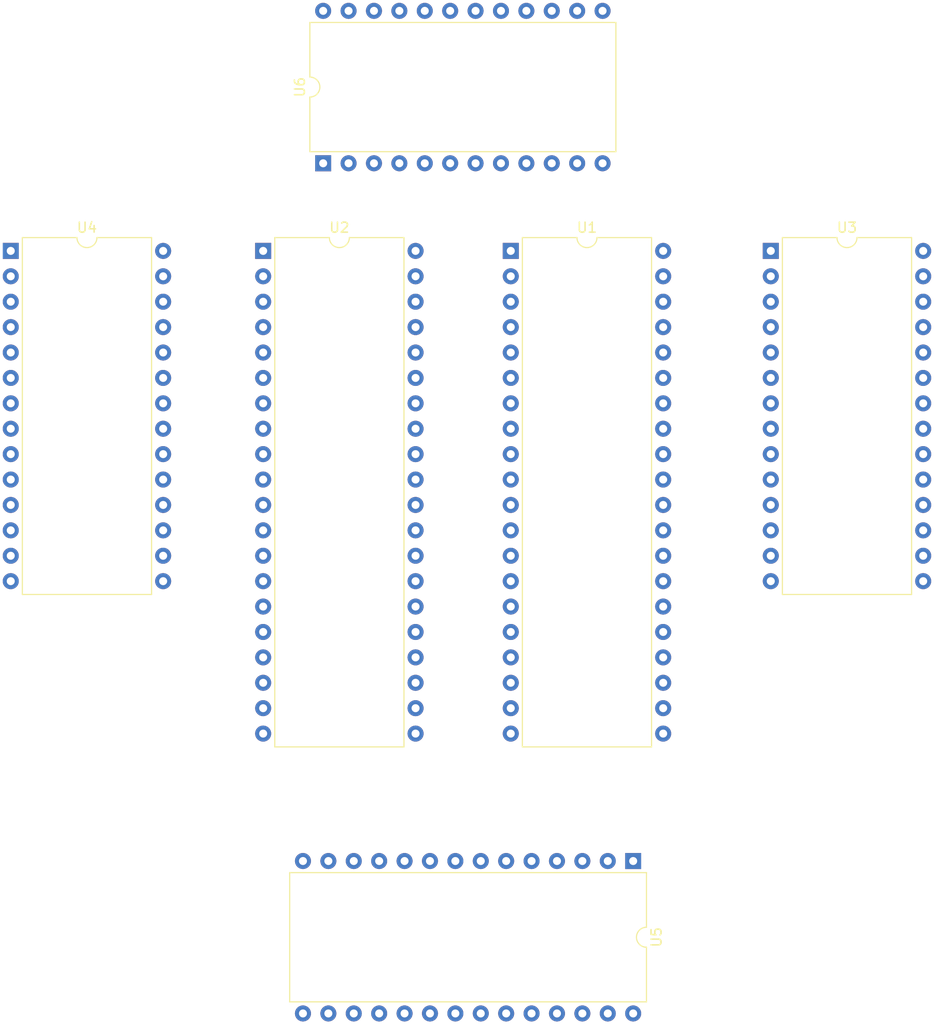
<source format=kicad_pcb>
(kicad_pcb (version 20221018) (generator pcbnew)
  (title_block (title "Third") (date "2024-01-29") (rev "1.2") (company "Cartheur Research"))
  (layers (0 "F.Cu" signal) (31 "B.Cu" signal) (34 "B.Paste" user) (35 "F.Paste" user) (36 "B.SilkS" user "B.Silkscreen") (37 "F.SilkS" user "F.Silkscreen") (38 "B.Mask" user) (39 "F.Mask" user) (44 "Edge.Cuts" user))
  (net 0 "")
  (footprint "Package_DIP:DIP-40_W15.24mm" (layer "F.Cu") (at 136.76 44)
    (fp_text reference "U1" (at 7.62 -2.33) (layer "F.SilkS"))
    (fp_text value "MC6809E")
    (fp_line (start 1.16 -1.33) (end 1.16 49.59) (stroke (width 0.12)) (layer "F.SilkS"))
    (fp_line (start 1.16 49.59) (end 14.08 49.59) (stroke (width 0.12)) (layer "F.SilkS"))
    (fp_line (start 6.62 -1.33) (end 1.16 -1.33) (stroke (width 0.12)) (layer "F.SilkS"))
    (fp_line (start 14.08 -1.33) (end 8.62 -1.33) (stroke (width 0.12)) (layer "F.SilkS"))
    (fp_line (start 14.08 49.59) (end 14.08 -1.33) (stroke (width 0.12)) (layer "F.SilkS"))
    (fp_arc (start 8.62 -1.33) (mid 7.62 -0.33) (end 6.62 -1.33) (stroke (width 0.12)) (layer "F.SilkS"))
    (pad "1" thru_hole rect (at 0 0) (size 1.6 1.6) (drill 0.8) (layers "*.Cu" "*.Mask"))
    (pad "2" thru_hole oval (at 0 2.54) (size 1.6 1.6) (drill 0.8) (layers "*.Cu" "*.Mask"))
    (pad "3" thru_hole oval (at 0 5.08) (size 1.6 1.6) (drill 0.8) (layers "*.Cu" "*.Mask"))
    (pad "4" thru_hole oval (at 0 7.62) (size 1.6 1.6) (drill 0.8) (layers "*.Cu" "*.Mask"))
    (pad "5" thru_hole oval (at 0 10.16) (size 1.6 1.6) (drill 0.8) (layers "*.Cu" "*.Mask"))
    (pad "6" thru_hole oval (at 0 12.7) (size 1.6 1.6) (drill 0.8) (layers "*.Cu" "*.Mask"))
    (pad "7" thru_hole oval (at 0 15.24) (size 1.6 1.6) (drill 0.8) (layers "*.Cu" "*.Mask"))
    (pad "8" thru_hole oval (at 0 17.78) (size 1.6 1.6) (drill 0.8) (layers "*.Cu" "*.Mask"))
    (pad "9" thru_hole oval (at 0 20.32) (size 1.6 1.6) (drill 0.8) (layers "*.Cu" "*.Mask"))
    (pad "10" thru_hole oval (at 0 22.86) (size 1.6 1.6) (drill 0.8) (layers "*.Cu" "*.Mask"))
    (pad "11" thru_hole oval (at 0 25.4) (size 1.6 1.6) (drill 0.8) (layers "*.Cu" "*.Mask"))
    (pad "12" thru_hole oval (at 0 27.94) (size 1.6 1.6) (drill 0.8) (layers "*.Cu" "*.Mask"))
    (pad "13" thru_hole oval (at 0 30.48) (size 1.6 1.6) (drill 0.8) (layers "*.Cu" "*.Mask"))
    (pad "14" thru_hole oval (at 0 33.02) (size 1.6 1.6) (drill 0.8) (layers "*.Cu" "*.Mask"))
    (pad "15" thru_hole oval (at 0 35.56) (size 1.6 1.6) (drill 0.8) (layers "*.Cu" "*.Mask"))
    (pad "16" thru_hole oval (at 0 38.1) (size 1.6 1.6) (drill 0.8) (layers "*.Cu" "*.Mask"))
    (pad "17" thru_hole oval (at 0 40.64) (size 1.6 1.6) (drill 0.8) (layers "*.Cu" "*.Mask"))
    (pad "18" thru_hole oval (at 0 43.18) (size 1.6 1.6) (drill 0.8) (layers "*.Cu" "*.Mask"))
    (pad "19" thru_hole oval (at 0 45.72) (size 1.6 1.6) (drill 0.8) (layers "*.Cu" "*.Mask"))
    (pad "20" thru_hole oval (at 0 48.26) (size 1.6 1.6) (drill 0.8) (layers "*.Cu" "*.Mask"))
    (pad "21" thru_hole oval (at 15.24 48.26) (size 1.6 1.6) (drill 0.8) (layers "*.Cu" "*.Mask"))
    (pad "22" thru_hole oval (at 15.24 45.72) (size 1.6 1.6) (drill 0.8) (layers "*.Cu" "*.Mask"))
    (pad "23" thru_hole oval (at 15.24 43.18) (size 1.6 1.6) (drill 0.8) (layers "*.Cu" "*.Mask"))
    (pad "24" thru_hole oval (at 15.24 40.64) (size 1.6 1.6) (drill 0.8) (layers "*.Cu" "*.Mask"))
    (pad "25" thru_hole oval (at 15.24 38.1) (size 1.6 1.6) (drill 0.8) (layers "*.Cu" "*.Mask"))
    (pad "26" thru_hole oval (at 15.24 35.56) (size 1.6 1.6) (drill 0.8) (layers "*.Cu" "*.Mask"))
    (pad "27" thru_hole oval (at 15.24 33.02) (size 1.6 1.6) (drill 0.8) (layers "*.Cu" "*.Mask"))
    (pad "28" thru_hole oval (at 15.24 30.48) (size 1.6 1.6) (drill 0.8) (layers "*.Cu" "*.Mask"))
    (pad "29" thru_hole oval (at 15.24 27.94) (size 1.6 1.6) (drill 0.8) (layers "*.Cu" "*.Mask"))
    (pad "30" thru_hole oval (at 15.24 25.4) (size 1.6 1.6) (drill 0.8) (layers "*.Cu" "*.Mask"))
    (pad "31" thru_hole oval (at 15.24 22.86) (size 1.6 1.6) (drill 0.8) (layers "*.Cu" "*.Mask"))
    (pad "32" thru_hole oval (at 15.24 20.32) (size 1.6 1.6) (drill 0.8) (layers "*.Cu" "*.Mask"))
    (pad "33" thru_hole oval (at 15.24 17.78) (size 1.6 1.6) (drill 0.8) (layers "*.Cu" "*.Mask"))
    (pad "34" thru_hole oval (at 15.24 15.24) (size 1.6 1.6) (drill 0.8) (layers "*.Cu" "*.Mask"))
    (pad "35" thru_hole oval (at 15.24 12.7) (size 1.6 1.6) (drill 0.8) (layers "*.Cu" "*.Mask"))
    (pad "36" thru_hole oval (at 15.24 10.16) (size 1.6 1.6) (drill 0.8) (layers "*.Cu" "*.Mask"))
    (pad "37" thru_hole oval (at 15.24 7.62) (size 1.6 1.6) (drill 0.8) (layers "*.Cu" "*.Mask"))
    (pad "38" thru_hole oval (at 15.24 5.08) (size 1.6 1.6) (drill 0.8) (layers "*.Cu" "*.Mask"))
    (pad "39" thru_hole oval (at 15.24 2.54) (size 1.6 1.6) (drill 0.8) (layers "*.Cu" "*.Mask"))
    (pad "40" thru_hole oval (at 15.24 0) (size 1.6 1.6) (drill 0.8) (layers "*.Cu" "*.Mask"))
  )
  (footprint "Package_DIP:DIP-28_W15.24mm" (layer "F.Cu") (at 149 105 -90)
    (fp_text reference "U5" (at 7.62 -2.33 90) (layer "F.SilkS"))
    (fp_text value "27256")
    (fp_line (start 1.16 -1.33) (end 1.16 34.35) (stroke (width 0.12)) (layer "F.SilkS"))
    (fp_line (start 1.16 34.35) (end 14.08 34.35) (stroke (width 0.12)) (layer "F.SilkS"))
    (fp_line (start 6.62 -1.33) (end 1.16 -1.33) (stroke (width 0.12)) (layer "F.SilkS"))
    (fp_line (start 14.08 -1.33) (end 8.62 -1.33) (stroke (width 0.12)) (layer "F.SilkS"))
    (fp_line (start 14.08 34.35) (end 14.08 -1.33) (stroke (width 0.12)) (layer "F.SilkS"))
    (fp_arc (start 8.62 -1.33) (mid 7.62 -0.33) (end 6.62 -1.33) (stroke (width 0.12)) (layer "F.SilkS"))
    (pad "1" thru_hole rect (at 0 0 270) (size 1.6 1.6) (drill 0.8) (layers "*.Cu" "*.Mask"))
    (pad "2" thru_hole oval (at 0 2.54 270) (size 1.6 1.6) (drill 0.8) (layers "*.Cu" "*.Mask"))
    (pad "3" thru_hole oval (at 0 5.08 270) (size 1.6 1.6) (drill 0.8) (layers "*.Cu" "*.Mask"))
    (pad "4" thru_hole oval (at 0 7.62 270) (size 1.6 1.6) (drill 0.8) (layers "*.Cu" "*.Mask"))
    (pad "5" thru_hole oval (at 0 10.16 270) (size 1.6 1.6) (drill 0.8) (layers "*.Cu" "*.Mask"))
    (pad "6" thru_hole oval (at 0 12.7 270) (size 1.6 1.6) (drill 0.8) (layers "*.Cu" "*.Mask"))
    (pad "7" thru_hole oval (at 0 15.24 270) (size 1.6 1.6) (drill 0.8) (layers "*.Cu" "*.Mask"))
    (pad "8" thru_hole oval (at 0 17.78 270) (size 1.6 1.6) (drill 0.8) (layers "*.Cu" "*.Mask"))
    (pad "9" thru_hole oval (at 0 20.32 270) (size 1.6 1.6) (drill 0.8) (layers "*.Cu" "*.Mask"))
    (pad "10" thru_hole oval (at 0 22.86 270) (size 1.6 1.6) (drill 0.8) (layers "*.Cu" "*.Mask"))
    (pad "11" thru_hole oval (at 0 25.4 270) (size 1.6 1.6) (drill 0.8) (layers "*.Cu" "*.Mask"))
    (pad "12" thru_hole oval (at 0 27.94 270) (size 1.6 1.6) (drill 0.8) (layers "*.Cu" "*.Mask"))
    (pad "13" thru_hole oval (at 0 30.48 270) (size 1.6 1.6) (drill 0.8) (layers "*.Cu" "*.Mask"))
    (pad "14" thru_hole oval (at 0 33.02 270) (size 1.6 1.6) (drill 0.8) (layers "*.Cu" "*.Mask"))
    (pad "15" thru_hole oval (at 15.24 33.02 270) (size 1.6 1.6) (drill 0.8) (layers "*.Cu" "*.Mask"))
    (pad "16" thru_hole oval (at 15.24 30.48 270) (size 1.6 1.6) (drill 0.8) (layers "*.Cu" "*.Mask"))
    (pad "17" thru_hole oval (at 15.24 27.94 270) (size 1.6 1.6) (drill 0.8) (layers "*.Cu" "*.Mask"))
    (pad "18" thru_hole oval (at 15.24 25.4 270) (size 1.6 1.6) (drill 0.8) (layers "*.Cu" "*.Mask"))
    (pad "19" thru_hole oval (at 15.24 22.86 270) (size 1.6 1.6) (drill 0.8) (layers "*.Cu" "*.Mask"))
    (pad "20" thru_hole oval (at 15.24 20.32 270) (size 1.6 1.6) (drill 0.8) (layers "*.Cu" "*.Mask"))
    (pad "21" thru_hole oval (at 15.24 17.78 270) (size 1.6 1.6) (drill 0.8) (layers "*.Cu" "*.Mask"))
    (pad "22" thru_hole oval (at 15.24 15.24 270) (size 1.6 1.6) (drill 0.8) (layers "*.Cu" "*.Mask"))
    (pad "23" thru_hole oval (at 15.24 12.7 270) (size 1.6 1.6) (drill 0.8) (layers "*.Cu" "*.Mask"))
    (pad "24" thru_hole oval (at 15.24 10.16 270) (size 1.6 1.6) (drill 0.8) (layers "*.Cu" "*.Mask"))
    (pad "25" thru_hole oval (at 15.24 7.62 270) (size 1.6 1.6) (drill 0.8) (layers "*.Cu" "*.Mask"))
    (pad "26" thru_hole oval (at 15.24 5.08 270) (size 1.6 1.6) (drill 0.8) (layers "*.Cu" "*.Mask"))
    (pad "27" thru_hole oval (at 15.24 2.54 270) (size 1.6 1.6) (drill 0.8) (layers "*.Cu" "*.Mask"))
    (pad "28" thru_hole oval (at 15.24 0 270) (size 1.6 1.6) (drill 0.8) (layers "*.Cu" "*.Mask"))
  )
  (footprint "Package_DIP:DIP-28_W15.24mm" (layer "F.Cu") (at 86.76 44)
    (fp_text reference "U4" (at 7.62 -2.33) (layer "F.SilkS"))
    (fp_text value "CY62256-70PC")
    (fp_line (start 1.16 -1.33) (end 1.16 34.35) (stroke (width 0.12)) (layer "F.SilkS"))
    (fp_line (start 1.16 34.35) (end 14.08 34.35) (stroke (width 0.12)) (layer "F.SilkS"))
    (fp_line (start 6.62 -1.33) (end 1.16 -1.33) (stroke (width 0.12)) (layer "F.SilkS"))
    (fp_line (start 14.08 -1.33) (end 8.62 -1.33) (stroke (width 0.12)) (layer "F.SilkS"))
    (fp_line (start 14.08 34.35) (end 14.08 -1.33) (stroke (width 0.12)) (layer "F.SilkS"))
    (fp_arc (start 8.62 -1.33) (mid 7.62 -0.33) (end 6.62 -1.33) (stroke (width 0.12)) (layer "F.SilkS"))
    (pad "1" thru_hole rect (at 0 0) (size 1.6 1.6) (drill 0.8) (layers "*.Cu" "*.Mask"))
    (pad "2" thru_hole oval (at 0 2.54) (size 1.6 1.6) (drill 0.8) (layers "*.Cu" "*.Mask"))
    (pad "3" thru_hole oval (at 0 5.08) (size 1.6 1.6) (drill 0.8) (layers "*.Cu" "*.Mask"))
    (pad "4" thru_hole oval (at 0 7.62) (size 1.6 1.6) (drill 0.8) (layers "*.Cu" "*.Mask"))
    (pad "5" thru_hole oval (at 0 10.16) (size 1.6 1.6) (drill 0.8) (layers "*.Cu" "*.Mask"))
    (pad "6" thru_hole oval (at 0 12.7) (size 1.6 1.6) (drill 0.8) (layers "*.Cu" "*.Mask"))
    (pad "7" thru_hole oval (at 0 15.24) (size 1.6 1.6) (drill 0.8) (layers "*.Cu" "*.Mask"))
    (pad "8" thru_hole oval (at 0 17.78) (size 1.6 1.6) (drill 0.8) (layers "*.Cu" "*.Mask"))
    (pad "9" thru_hole oval (at 0 20.32) (size 1.6 1.6) (drill 0.8) (layers "*.Cu" "*.Mask"))
    (pad "10" thru_hole oval (at 0 22.86) (size 1.6 1.6) (drill 0.8) (layers "*.Cu" "*.Mask"))
    (pad "11" thru_hole oval (at 0 25.4) (size 1.6 1.6) (drill 0.8) (layers "*.Cu" "*.Mask"))
    (pad "12" thru_hole oval (at 0 27.94) (size 1.6 1.6) (drill 0.8) (layers "*.Cu" "*.Mask"))
    (pad "13" thru_hole oval (at 0 30.48) (size 1.6 1.6) (drill 0.8) (layers "*.Cu" "*.Mask"))
    (pad "14" thru_hole oval (at 0 33.02) (size 1.6 1.6) (drill 0.8) (layers "*.Cu" "*.Mask"))
    (pad "15" thru_hole oval (at 15.24 33.02) (size 1.6 1.6) (drill 0.8) (layers "*.Cu" "*.Mask"))
    (pad "16" thru_hole oval (at 15.24 30.48) (size 1.6 1.6) (drill 0.8) (layers "*.Cu" "*.Mask"))
    (pad "17" thru_hole oval (at 15.24 27.94) (size 1.6 1.6) (drill 0.8) (layers "*.Cu" "*.Mask"))
    (pad "18" thru_hole oval (at 15.24 25.4) (size 1.6 1.6) (drill 0.8) (layers "*.Cu" "*.Mask"))
    (pad "19" thru_hole oval (at 15.24 22.86) (size 1.6 1.6) (drill 0.8) (layers "*.Cu" "*.Mask"))
    (pad "20" thru_hole oval (at 15.24 20.32) (size 1.6 1.6) (drill 0.8) (layers "*.Cu" "*.Mask"))
    (pad "21" thru_hole oval (at 15.24 17.78) (size 1.6 1.6) (drill 0.8) (layers "*.Cu" "*.Mask"))
    (pad "22" thru_hole oval (at 15.24 15.24) (size 1.6 1.6) (drill 0.8) (layers "*.Cu" "*.Mask"))
    (pad "23" thru_hole oval (at 15.24 12.7) (size 1.6 1.6) (drill 0.8) (layers "*.Cu" "*.Mask"))
    (pad "24" thru_hole oval (at 15.24 10.16) (size 1.6 1.6) (drill 0.8) (layers "*.Cu" "*.Mask"))
    (pad "25" thru_hole oval (at 15.24 7.62) (size 1.6 1.6) (drill 0.8) (layers "*.Cu" "*.Mask"))
    (pad "26" thru_hole oval (at 15.24 5.08) (size 1.6 1.6) (drill 0.8) (layers "*.Cu" "*.Mask"))
    (pad "27" thru_hole oval (at 15.24 2.54) (size 1.6 1.6) (drill 0.8) (layers "*.Cu" "*.Mask"))
    (pad "28" thru_hole oval (at 15.24 0) (size 1.6 1.6) (drill 0.8) (layers "*.Cu" "*.Mask"))
  )
  (footprint "Package_DIP:DIP-24_W15.24mm" (layer "F.Cu") (at 118 35.24 90)
    (fp_text reference "U6" (at 7.62 -2.33 90) (layer "F.SilkS"))
    (fp_text value "MC68B50")
    (fp_line (start 1.16 -1.33) (end 1.16 29.27) (stroke (width 0.12)) (layer "F.SilkS"))
    (fp_line (start 1.16 29.27) (end 14.08 29.27) (stroke (width 0.12)) (layer "F.SilkS"))
    (fp_line (start 6.62 -1.33) (end 1.16 -1.33) (stroke (width 0.12)) (layer "F.SilkS"))
    (fp_line (start 14.08 -1.33) (end 8.62 -1.33) (stroke (width 0.12)) (layer "F.SilkS"))
    (fp_line (start 14.08 29.27) (end 14.08 -1.33) (stroke (width 0.12)) (layer "F.SilkS"))
    (fp_arc (start 8.62 -1.33) (mid 7.62 -0.33) (end 6.62 -1.33) (stroke (width 0.12)) (layer "F.SilkS"))
    (pad "1" thru_hole rect (at 0 0 90) (size 1.6 1.6) (drill 0.8) (layers "*.Cu" "*.Mask"))
    (pad "2" thru_hole oval (at 0 2.54 90) (size 1.6 1.6) (drill 0.8) (layers "*.Cu" "*.Mask"))
    (pad "3" thru_hole oval (at 0 5.08 90) (size 1.6 1.6) (drill 0.8) (layers "*.Cu" "*.Mask"))
    (pad "4" thru_hole oval (at 0 7.62 90) (size 1.6 1.6) (drill 0.8) (layers "*.Cu" "*.Mask"))
    (pad "5" thru_hole oval (at 0 10.16 90) (size 1.6 1.6) (drill 0.8) (layers "*.Cu" "*.Mask"))
    (pad "6" thru_hole oval (at 0 12.7 90) (size 1.6 1.6) (drill 0.8) (layers "*.Cu" "*.Mask"))
    (pad "7" thru_hole oval (at 0 15.24 90) (size 1.6 1.6) (drill 0.8) (layers "*.Cu" "*.Mask"))
    (pad "8" thru_hole oval (at 0 17.78 90) (size 1.6 1.6) (drill 0.8) (layers "*.Cu" "*.Mask"))
    (pad "9" thru_hole oval (at 0 20.32 90) (size 1.6 1.6) (drill 0.8) (layers "*.Cu" "*.Mask"))
    (pad "10" thru_hole oval (at 0 22.86 90) (size 1.6 1.6) (drill 0.8) (layers "*.Cu" "*.Mask"))
    (pad "11" thru_hole oval (at 0 25.4 90) (size 1.6 1.6) (drill 0.8) (layers "*.Cu" "*.Mask"))
    (pad "12" thru_hole oval (at 0 27.94 90) (size 1.6 1.6) (drill 0.8) (layers "*.Cu" "*.Mask"))
    (pad "13" thru_hole oval (at 15.24 27.94 90) (size 1.6 1.6) (drill 0.8) (layers "*.Cu" "*.Mask"))
    (pad "14" thru_hole oval (at 15.24 25.4 90) (size 1.6 1.6) (drill 0.8) (layers "*.Cu" "*.Mask"))
    (pad "15" thru_hole oval (at 15.24 22.86 90) (size 1.6 1.6) (drill 0.8) (layers "*.Cu" "*.Mask"))
    (pad "16" thru_hole oval (at 15.24 20.32 90) (size 1.6 1.6) (drill 0.8) (layers "*.Cu" "*.Mask"))
    (pad "17" thru_hole oval (at 15.24 17.78 90) (size 1.6 1.6) (drill 0.8) (layers "*.Cu" "*.Mask"))
    (pad "18" thru_hole oval (at 15.24 15.24 90) (size 1.6 1.6) (drill 0.8) (layers "*.Cu" "*.Mask"))
    (pad "19" thru_hole oval (at 15.24 12.7 90) (size 1.6 1.6) (drill 0.8) (layers "*.Cu" "*.Mask"))
    (pad "20" thru_hole oval (at 15.24 10.16 90) (size 1.6 1.6) (drill 0.8) (layers "*.Cu" "*.Mask"))
    (pad "21" thru_hole oval (at 15.24 7.62 90) (size 1.6 1.6) (drill 0.8) (layers "*.Cu" "*.Mask"))
    (pad "22" thru_hole oval (at 15.24 5.08 90) (size 1.6 1.6) (drill 0.8) (layers "*.Cu" "*.Mask"))
    (pad "23" thru_hole oval (at 15.24 2.54 90) (size 1.6 1.6) (drill 0.8) (layers "*.Cu" "*.Mask"))
    (pad "24" thru_hole oval (at 15.24 0 90) (size 1.6 1.6) (drill 0.8) (layers "*.Cu" "*.Mask"))
  )
  (footprint "Package_DIP:DIP-40_W15.24mm" (layer "F.Cu") (at 112 44)
    (fp_text reference "U2" (at 7.62 -2.33) (layer "F.SilkS"))
    (fp_text value "MC6809E")
    (fp_line (start 1.16 -1.33) (end 1.16 49.59) (stroke (width 0.12)) (layer "F.SilkS"))
    (fp_line (start 1.16 49.59) (end 14.08 49.59) (stroke (width 0.12)) (layer "F.SilkS"))
    (fp_line (start 6.62 -1.33) (end 1.16 -1.33) (stroke (width 0.12)) (layer "F.SilkS"))
    (fp_line (start 14.08 -1.33) (end 8.62 -1.33) (stroke (width 0.12)) (layer "F.SilkS"))
    (fp_line (start 14.08 49.59) (end 14.08 -1.33) (stroke (width 0.12)) (layer "F.SilkS"))
    (fp_arc (start 8.62 -1.33) (mid 7.62 -0.33) (end 6.62 -1.33) (stroke (width 0.12)) (layer "F.SilkS"))
    (pad "1" thru_hole rect (at 0 0) (size 1.6 1.6) (drill 0.8) (layers "*.Cu" "*.Mask"))
    (pad "2" thru_hole oval (at 0 2.54) (size 1.6 1.6) (drill 0.8) (layers "*.Cu" "*.Mask"))
    (pad "3" thru_hole oval (at 0 5.08) (size 1.6 1.6) (drill 0.8) (layers "*.Cu" "*.Mask"))
    (pad "4" thru_hole oval (at 0 7.62) (size 1.6 1.6) (drill 0.8) (layers "*.Cu" "*.Mask"))
    (pad "5" thru_hole oval (at 0 10.16) (size 1.6 1.6) (drill 0.8) (layers "*.Cu" "*.Mask"))
    (pad "6" thru_hole oval (at 0 12.7) (size 1.6 1.6) (drill 0.8) (layers "*.Cu" "*.Mask"))
    (pad "7" thru_hole oval (at 0 15.24) (size 1.6 1.6) (drill 0.8) (layers "*.Cu" "*.Mask"))
    (pad "8" thru_hole oval (at 0 17.78) (size 1.6 1.6) (drill 0.8) (layers "*.Cu" "*.Mask"))
    (pad "9" thru_hole oval (at 0 20.32) (size 1.6 1.6) (drill 0.8) (layers "*.Cu" "*.Mask"))
    (pad "10" thru_hole oval (at 0 22.86) (size 1.6 1.6) (drill 0.8) (layers "*.Cu" "*.Mask"))
    (pad "11" thru_hole oval (at 0 25.4) (size 1.6 1.6) (drill 0.8) (layers "*.Cu" "*.Mask"))
    (pad "12" thru_hole oval (at 0 27.94) (size 1.6 1.6) (drill 0.8) (layers "*.Cu" "*.Mask"))
    (pad "13" thru_hole oval (at 0 30.48) (size 1.6 1.6) (drill 0.8) (layers "*.Cu" "*.Mask"))
    (pad "14" thru_hole oval (at 0 33.02) (size 1.6 1.6) (drill 0.8) (layers "*.Cu" "*.Mask"))
    (pad "15" thru_hole oval (at 0 35.56) (size 1.6 1.6) (drill 0.8) (layers "*.Cu" "*.Mask"))
    (pad "16" thru_hole oval (at 0 38.1) (size 1.6 1.6) (drill 0.8) (layers "*.Cu" "*.Mask"))
    (pad "17" thru_hole oval (at 0 40.64) (size 1.6 1.6) (drill 0.8) (layers "*.Cu" "*.Mask"))
    (pad "18" thru_hole oval (at 0 43.18) (size 1.6 1.6) (drill 0.8) (layers "*.Cu" "*.Mask"))
    (pad "19" thru_hole oval (at 0 45.72) (size 1.6 1.6) (drill 0.8) (layers "*.Cu" "*.Mask"))
    (pad "20" thru_hole oval (at 0 48.26) (size 1.6 1.6) (drill 0.8) (layers "*.Cu" "*.Mask"))
    (pad "21" thru_hole oval (at 15.24 48.26) (size 1.6 1.6) (drill 0.8) (layers "*.Cu" "*.Mask"))
    (pad "22" thru_hole oval (at 15.24 45.72) (size 1.6 1.6) (drill 0.8) (layers "*.Cu" "*.Mask"))
    (pad "23" thru_hole oval (at 15.24 43.18) (size 1.6 1.6) (drill 0.8) (layers "*.Cu" "*.Mask"))
    (pad "24" thru_hole oval (at 15.24 40.64) (size 1.6 1.6) (drill 0.8) (layers "*.Cu" "*.Mask"))
    (pad "25" thru_hole oval (at 15.24 38.1) (size 1.6 1.6) (drill 0.8) (layers "*.Cu" "*.Mask"))
    (pad "26" thru_hole oval (at 15.24 35.56) (size 1.6 1.6) (drill 0.8) (layers "*.Cu" "*.Mask"))
    (pad "27" thru_hole oval (at 15.24 33.02) (size 1.6 1.6) (drill 0.8) (layers "*.Cu" "*.Mask"))
    (pad "28" thru_hole oval (at 15.24 30.48) (size 1.6 1.6) (drill 0.8) (layers "*.Cu" "*.Mask"))
    (pad "29" thru_hole oval (at 15.24 27.94) (size 1.6 1.6) (drill 0.8) (layers "*.Cu" "*.Mask"))
    (pad "30" thru_hole oval (at 15.24 25.4) (size 1.6 1.6) (drill 0.8) (layers "*.Cu" "*.Mask"))
    (pad "31" thru_hole oval (at 15.24 22.86) (size 1.6 1.6) (drill 0.8) (layers "*.Cu" "*.Mask"))
    (pad "32" thru_hole oval (at 15.24 20.32) (size 1.6 1.6) (drill 0.8) (layers "*.Cu" "*.Mask"))
    (pad "33" thru_hole oval (at 15.24 17.78) (size 1.6 1.6) (drill 0.8) (layers "*.Cu" "*.Mask"))
    (pad "34" thru_hole oval (at 15.24 15.24) (size 1.6 1.6) (drill 0.8) (layers "*.Cu" "*.Mask"))
    (pad "35" thru_hole oval (at 15.24 12.7) (size 1.6 1.6) (drill 0.8) (layers "*.Cu" "*.Mask"))
    (pad "36" thru_hole oval (at 15.24 10.16) (size 1.6 1.6) (drill 0.8) (layers "*.Cu" "*.Mask"))
    (pad "37" thru_hole oval (at 15.24 7.62) (size 1.6 1.6) (drill 0.8) (layers "*.Cu" "*.Mask"))
    (pad "38" thru_hole oval (at 15.24 5.08) (size 1.6 1.6) (drill 0.8) (layers "*.Cu" "*.Mask"))
    (pad "39" thru_hole oval (at 15.24 2.54) (size 1.6 1.6) (drill 0.8) (layers "*.Cu" "*.Mask"))
    (pad "40" thru_hole oval (at 15.24 0) (size 1.6 1.6) (drill 0.8) (layers "*.Cu" "*.Mask"))
  )
  (footprint "Package_DIP:DIP-28_W15.24mm" (layer "F.Cu") (at 162.76 44)
    (fp_text reference "U3" (at 7.62 -2.33) (layer "F.SilkS"))
    (fp_text value "CY62256-70PC")
    (fp_line (start 1.16 -1.33) (end 1.16 34.35) (stroke (width 0.12)) (layer "F.SilkS"))
    (fp_line (start 1.16 34.35) (end 14.08 34.35) (stroke (width 0.12)) (layer "F.SilkS"))
    (fp_line (start 6.62 -1.33) (end 1.16 -1.33) (stroke (width 0.12)) (layer "F.SilkS"))
    (fp_line (start 14.08 -1.33) (end 8.62 -1.33) (stroke (width 0.12)) (layer "F.SilkS"))
    (fp_line (start 14.08 34.35) (end 14.08 -1.33) (stroke (width 0.12)) (layer "F.SilkS"))
    (fp_arc (start 8.62 -1.33) (mid 7.62 -0.33) (end 6.62 -1.33) (stroke (width 0.12)) (layer "F.SilkS"))
    (pad "1" thru_hole rect (at 0 0) (size 1.6 1.6) (drill 0.8) (layers "*.Cu" "*.Mask"))
    (pad "2" thru_hole oval (at 0 2.54) (size 1.6 1.6) (drill 0.8) (layers "*.Cu" "*.Mask"))
    (pad "3" thru_hole oval (at 0 5.08) (size 1.6 1.6) (drill 0.8) (layers "*.Cu" "*.Mask"))
    (pad "4" thru_hole oval (at 0 7.62) (size 1.6 1.6) (drill 0.8) (layers "*.Cu" "*.Mask"))
    (pad "5" thru_hole oval (at 0 10.16) (size 1.6 1.6) (drill 0.8) (layers "*.Cu" "*.Mask"))
    (pad "6" thru_hole oval (at 0 12.7) (size 1.6 1.6) (drill 0.8) (layers "*.Cu" "*.Mask"))
    (pad "7" thru_hole oval (at 0 15.24) (size 1.6 1.6) (drill 0.8) (layers "*.Cu" "*.Mask"))
    (pad "8" thru_hole oval (at 0 17.78) (size 1.6 1.6) (drill 0.8) (layers "*.Cu" "*.Mask"))
    (pad "9" thru_hole oval (at 0 20.32) (size 1.6 1.6) (drill 0.8) (layers "*.Cu" "*.Mask"))
    (pad "10" thru_hole oval (at 0 22.86) (size 1.6 1.6) (drill 0.8) (layers "*.Cu" "*.Mask"))
    (pad "11" thru_hole oval (at 0 25.4) (size 1.6 1.6) (drill 0.8) (layers "*.Cu" "*.Mask"))
    (pad "12" thru_hole oval (at 0 27.94) (size 1.6 1.6) (drill 0.8) (layers "*.Cu" "*.Mask"))
    (pad "13" thru_hole oval (at 0 30.48) (size 1.6 1.6) (drill 0.8) (layers "*.Cu" "*.Mask"))
    (pad "14" thru_hole oval (at 0 33.02) (size 1.6 1.6) (drill 0.8) (layers "*.Cu" "*.Mask"))
    (pad "15" thru_hole oval (at 15.24 33.02) (size 1.6 1.6) (drill 0.8) (layers "*.Cu" "*.Mask"))
    (pad "16" thru_hole oval (at 15.24 30.48) (size 1.6 1.6) (drill 0.8) (layers "*.Cu" "*.Mask"))
    (pad "17" thru_hole oval (at 15.24 27.94) (size 1.6 1.6) (drill 0.8) (layers "*.Cu" "*.Mask"))
    (pad "18" thru_hole oval (at 15.24 25.4) (size 1.6 1.6) (drill 0.8) (layers "*.Cu" "*.Mask"))
    (pad "19" thru_hole oval (at 15.24 22.86) (size 1.6 1.6) (drill 0.8) (layers "*.Cu" "*.Mask"))
    (pad "20" thru_hole oval (at 15.24 20.32) (size 1.6 1.6) (drill 0.8) (layers "*.Cu" "*.Mask"))
    (pad "21" thru_hole oval (at 15.24 17.78) (size 1.6 1.6) (drill 0.8) (layers "*.Cu" "*.Mask"))
    (pad "22" thru_hole oval (at 15.24 15.24) (size 1.6 1.6) (drill 0.8) (layers "*.Cu" "*.Mask"))
    (pad "23" thru_hole oval (at 15.24 12.7) (size 1.6 1.6) (drill 0.8) (layers "*.Cu" "*.Mask"))
    (pad "24" thru_hole oval (at 15.24 10.16) (size 1.6 1.6) (drill 0.8) (layers "*.Cu" "*.Mask"))
    (pad "25" thru_hole oval (at 15.24 7.62) (size 1.6 1.6) (drill 0.8) (layers "*.Cu" "*.Mask"))
    (pad "26" thru_hole oval (at 15.24 5.08) (size 1.6 1.6) (drill 0.8) (layers "*.Cu" "*.Mask"))
    (pad "27" thru_hole oval (at 15.24 2.54) (size 1.6 1.6) (drill 0.8) (layers "*.Cu" "*.Mask"))
    (pad "28" thru_hole oval (at 15.24 0) (size 1.6 1.6) (drill 0.8) (layers "*.Cu" "*.Mask"))
  )
)
</source>
